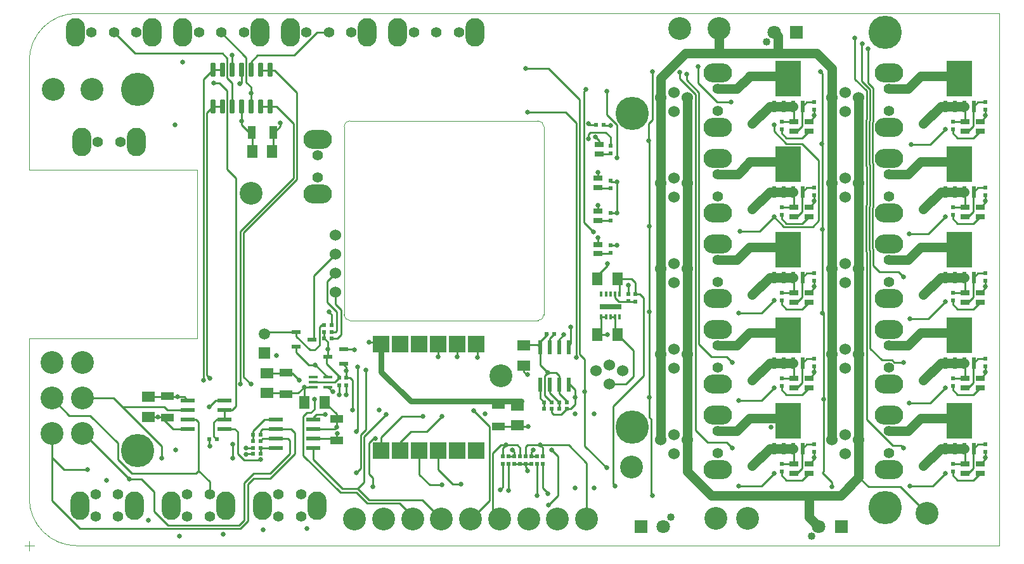
<source format=gtl>
G04 Layer_Physical_Order=1*
G04 Layer_Color=255*
%FSLAX25Y25*%
%MOIN*%
G70*
G01*
G75*
%ADD10R,0.02362X0.01968*%
%ADD11R,0.02362X0.07756*%
%ADD12R,0.07756X0.02362*%
%ADD13R,0.09000X0.08500*%
G04:AMPARAMS|DCode=14|XSize=74.8mil|YSize=23.62mil|CornerRadius=2.95mil|HoleSize=0mil|Usage=FLASHONLY|Rotation=90.000|XOffset=0mil|YOffset=0mil|HoleType=Round|Shape=RoundedRectangle|*
%AMROUNDEDRECTD14*
21,1,0.07480,0.01772,0,0,90.0*
21,1,0.06890,0.02362,0,0,90.0*
1,1,0.00591,0.00886,0.03445*
1,1,0.00591,0.00886,-0.03445*
1,1,0.00591,-0.00886,-0.03445*
1,1,0.00591,-0.00886,0.03445*
%
%ADD14ROUNDEDRECTD14*%
%ADD15R,0.01968X0.02362*%
%ADD16R,0.02362X0.06378*%
%ADD17R,0.13661X0.18898*%
%ADD18R,0.05118X0.02559*%
%ADD19R,0.07165X0.05669*%
%ADD20R,0.05669X0.07165*%
%ADD21R,0.06968X0.04488*%
%ADD22R,0.04488X0.06968*%
%ADD23R,0.04842X0.02323*%
%ADD24R,0.04606X0.01575*%
%ADD25R,0.01181X0.02559*%
%ADD26R,0.11417X0.02756*%
%ADD27C,0.01000*%
%ADD28C,0.03000*%
%ADD29C,0.05000*%
%ADD30C,0.00100*%
%ADD31C,0.05500*%
%ADD32O,0.10000X0.15000*%
%ADD33C,0.12000*%
%ADD34C,0.07087*%
%ADD35R,0.07087X0.07087*%
%ADD36O,0.15000X0.10000*%
%ADD37C,0.06000*%
%ADD38R,0.05905X0.05905*%
%ADD39C,0.05905*%
%ADD40C,0.17500*%
%ADD41C,0.01181*%
%ADD42C,0.02600*%
%ADD43C,0.04016*%
D10*
X301937Y221500D02*
D03*
X298000D02*
D03*
X276000Y111500D02*
D03*
X272063D02*
D03*
X270532Y72000D02*
D03*
X274468D02*
D03*
X278532D02*
D03*
X282469D02*
D03*
X274500Y75500D02*
D03*
X270563D02*
D03*
X282469Y75500D02*
D03*
X278532D02*
D03*
X121468Y58500D02*
D03*
X117532D02*
D03*
X117532Y55000D02*
D03*
X121468D02*
D03*
X117532Y48500D02*
D03*
X121468D02*
D03*
X121500Y51500D02*
D03*
X117563D02*
D03*
X94532Y56000D02*
D03*
X98469D02*
D03*
X155063Y109000D02*
D03*
X159000D02*
D03*
X155063Y112500D02*
D03*
X159000D02*
D03*
X155063Y116000D02*
D03*
X159000D02*
D03*
D11*
X268500Y104224D02*
D03*
X273500D02*
D03*
X278500D02*
D03*
X283500D02*
D03*
Y84776D02*
D03*
X278500D02*
D03*
X273500D02*
D03*
X268500D02*
D03*
D12*
X129776Y51500D02*
D03*
Y56500D02*
D03*
Y61500D02*
D03*
Y66500D02*
D03*
X149224D02*
D03*
Y61500D02*
D03*
Y56500D02*
D03*
Y51500D02*
D03*
X83276Y61500D02*
D03*
Y66500D02*
D03*
Y71500D02*
D03*
Y76500D02*
D03*
X102724D02*
D03*
Y71500D02*
D03*
Y66500D02*
D03*
Y61500D02*
D03*
D13*
X235000Y49996D02*
D03*
X225000D02*
D03*
X215000D02*
D03*
X205000D02*
D03*
X195000D02*
D03*
X185000D02*
D03*
Y106000D02*
D03*
X195000D02*
D03*
X205000D02*
D03*
X215000D02*
D03*
X225000D02*
D03*
X235000D02*
D03*
D14*
X96500Y250331D02*
D03*
X101500D02*
D03*
X106500D02*
D03*
X111500D02*
D03*
X116500D02*
D03*
X121500D02*
D03*
X126500D02*
D03*
Y231000D02*
D03*
X121500D02*
D03*
X116500D02*
D03*
X111500D02*
D03*
X106500D02*
D03*
X101500D02*
D03*
X96500D02*
D03*
D15*
X412500Y53469D02*
D03*
Y49531D02*
D03*
X502500Y53469D02*
D03*
Y49531D02*
D03*
X412500Y98469D02*
D03*
Y94532D02*
D03*
X502500Y98469D02*
D03*
Y94532D02*
D03*
X412500Y143468D02*
D03*
Y139532D02*
D03*
X502500Y143468D02*
D03*
Y139532D02*
D03*
X412500Y188469D02*
D03*
Y184531D02*
D03*
X502500Y188469D02*
D03*
Y184531D02*
D03*
X412500Y233469D02*
D03*
Y229532D02*
D03*
X502500Y233469D02*
D03*
Y229532D02*
D03*
X261000Y46968D02*
D03*
Y43031D02*
D03*
X258000Y46968D02*
D03*
Y43031D02*
D03*
X255000Y46968D02*
D03*
Y43031D02*
D03*
X264000Y46968D02*
D03*
Y43031D02*
D03*
X270000Y43031D02*
D03*
Y46968D02*
D03*
X249000Y43031D02*
D03*
Y46968D02*
D03*
X252000Y43031D02*
D03*
Y46968D02*
D03*
X267000Y43031D02*
D03*
Y46968D02*
D03*
X163000Y84531D02*
D03*
Y88468D02*
D03*
X166500Y88468D02*
D03*
Y84531D02*
D03*
X305500Y171031D02*
D03*
Y174969D02*
D03*
Y154032D02*
D03*
Y157968D02*
D03*
Y188031D02*
D03*
Y191969D02*
D03*
Y206532D02*
D03*
Y210469D02*
D03*
X485500Y222969D02*
D03*
Y219032D02*
D03*
X395500Y222969D02*
D03*
Y219032D02*
D03*
X485500Y177969D02*
D03*
Y174031D02*
D03*
X395500Y177969D02*
D03*
Y174031D02*
D03*
X485500Y132968D02*
D03*
Y129032D02*
D03*
X395500Y132968D02*
D03*
Y129032D02*
D03*
X485500Y87968D02*
D03*
Y84031D02*
D03*
X395500Y87968D02*
D03*
Y84031D02*
D03*
X485500Y42968D02*
D03*
Y39031D02*
D03*
X395500Y42968D02*
D03*
Y39031D02*
D03*
X318500Y128532D02*
D03*
Y132468D02*
D03*
X315000Y132500D02*
D03*
Y128563D02*
D03*
D16*
X391500Y51201D02*
D03*
X396500D02*
D03*
X401500D02*
D03*
X406500D02*
D03*
X481500D02*
D03*
X486500D02*
D03*
X491500D02*
D03*
X496500D02*
D03*
X391500Y96201D02*
D03*
X396500D02*
D03*
X401500D02*
D03*
X406500D02*
D03*
X481500D02*
D03*
X486500D02*
D03*
X491500D02*
D03*
X496500D02*
D03*
X391500Y141201D02*
D03*
X396500D02*
D03*
X401500D02*
D03*
X406500D02*
D03*
X481500D02*
D03*
X486500D02*
D03*
X491500D02*
D03*
X496500D02*
D03*
X391500Y186201D02*
D03*
X396500D02*
D03*
X401500D02*
D03*
X406500D02*
D03*
X481500D02*
D03*
X486500D02*
D03*
X491500D02*
D03*
X496500D02*
D03*
X391500Y231201D02*
D03*
X396500D02*
D03*
X401500D02*
D03*
X406500D02*
D03*
X481500D02*
D03*
X486500D02*
D03*
X491500D02*
D03*
X496500D02*
D03*
D17*
X399000Y65807D02*
D03*
X489000D02*
D03*
X399000Y110807D02*
D03*
X489000D02*
D03*
X399000Y155807D02*
D03*
X489000D02*
D03*
X399000Y200807D02*
D03*
X489000D02*
D03*
X399000Y245807D02*
D03*
X489000D02*
D03*
D18*
X402000Y38000D02*
D03*
Y42921D02*
D03*
X492000D02*
D03*
Y38000D02*
D03*
X402000Y83000D02*
D03*
Y87921D02*
D03*
X492000D02*
D03*
Y83000D02*
D03*
X402000Y128000D02*
D03*
Y132921D02*
D03*
X492000D02*
D03*
Y128000D02*
D03*
X402000Y173000D02*
D03*
Y177921D02*
D03*
X492000D02*
D03*
Y173000D02*
D03*
X402000Y218000D02*
D03*
Y222921D02*
D03*
X492000D02*
D03*
Y218000D02*
D03*
X500000Y223000D02*
D03*
Y218079D02*
D03*
X299000Y153579D02*
D03*
Y158500D02*
D03*
Y175974D02*
D03*
Y171053D02*
D03*
Y188526D02*
D03*
Y193447D02*
D03*
X299500Y210921D02*
D03*
Y206000D02*
D03*
X410000Y218079D02*
D03*
Y223000D02*
D03*
X500000Y178000D02*
D03*
Y173079D02*
D03*
X410000D02*
D03*
Y178000D02*
D03*
X500000Y133000D02*
D03*
Y128079D02*
D03*
X410000D02*
D03*
Y133000D02*
D03*
X500000Y88000D02*
D03*
Y83079D02*
D03*
X410000D02*
D03*
Y88000D02*
D03*
X500000Y43000D02*
D03*
Y38079D02*
D03*
X410000D02*
D03*
Y43000D02*
D03*
D19*
X260000Y105260D02*
D03*
Y94740D02*
D03*
X256500Y73760D02*
D03*
Y63240D02*
D03*
X62500Y67740D02*
D03*
Y78260D02*
D03*
X125000Y90760D02*
D03*
Y80240D02*
D03*
D20*
X155260Y75500D02*
D03*
X144740D02*
D03*
X117240Y207500D02*
D03*
X127760D02*
D03*
X309260Y111000D02*
D03*
X298740D02*
D03*
X309260Y140500D02*
D03*
X298740D02*
D03*
D21*
X161500Y66669D02*
D03*
Y55331D02*
D03*
X246500Y74169D02*
D03*
Y62831D02*
D03*
X72500Y67331D02*
D03*
Y78669D02*
D03*
X135000Y79831D02*
D03*
Y91169D02*
D03*
D22*
X116831Y217500D02*
D03*
X128169D02*
D03*
D23*
X165173Y95760D02*
D03*
Y103240D02*
D03*
X156827Y99500D02*
D03*
X140327Y112240D02*
D03*
Y104760D02*
D03*
X148673Y108500D02*
D03*
D24*
X149181Y88559D02*
D03*
Y86000D02*
D03*
Y83441D02*
D03*
X156819D02*
D03*
Y88559D02*
D03*
D25*
X300776Y120496D02*
D03*
X303138D02*
D03*
X305500D02*
D03*
X307862D02*
D03*
X310224D02*
D03*
Y132504D02*
D03*
X307862D02*
D03*
X305500D02*
D03*
X303138D02*
D03*
X300776D02*
D03*
D26*
X305500Y125811D02*
D03*
D27*
X437500Y244404D02*
Y264000D01*
X137000Y48500D02*
Y55500D01*
X126500Y38000D02*
X137000Y48500D01*
X118000Y38000D02*
X126500D01*
X113000Y33000D02*
X118000Y38000D01*
X126500Y35500D02*
X139500Y48500D01*
X118000Y35500D02*
X126500D01*
X115000Y32500D02*
X118000Y35500D01*
X136000Y56500D02*
X137000Y55500D01*
X129776Y56500D02*
X136000D01*
X139500Y48500D02*
Y59500D01*
X137500Y61500D02*
X139500Y59500D01*
X129776Y61500D02*
X137500D01*
X166500Y88468D02*
Y93933D01*
X164673Y95760D02*
X166500Y93933D01*
X144000Y68032D02*
X145968Y70000D01*
X144000Y47500D02*
Y68032D01*
Y47500D02*
X163500Y28000D01*
X72800Y10700D02*
X110225D01*
X65500Y18000D02*
X72800Y10700D01*
X65500Y18000D02*
Y28500D01*
X11800Y23700D02*
X26500Y9000D01*
X11800Y23700D02*
Y46500D01*
X125000Y90760D02*
X138240D01*
X114000Y52035D02*
X114535Y51500D01*
X69260Y67740D02*
X75500Y61500D01*
X114000Y51500D02*
Y52035D01*
X112964Y45000D02*
X121500D01*
X108000Y61500D02*
X109616Y59885D01*
Y48349D02*
X112964Y45000D01*
X109616Y48349D02*
Y59885D01*
X114535Y51500D02*
X117563D01*
X107000Y46000D02*
Y53500D01*
X102724Y61500D02*
X108000D01*
X163500Y28000D02*
X172096D01*
X164500Y30000D02*
X172500D01*
X149224Y45276D02*
X164500Y30000D01*
X149224Y45276D02*
Y51500D01*
X115000Y13070D02*
Y32500D01*
X110930Y9000D02*
X115000Y13070D01*
X26500Y9000D02*
X110930D01*
X110225Y10700D02*
X113000Y13475D01*
X72500Y71500D02*
X83276D01*
X71000Y73000D02*
X72500Y71500D01*
X49000Y73000D02*
X71000D01*
X49000D02*
X69500Y52500D01*
X44350Y77650D02*
X49000Y73000D01*
X89000Y39500D02*
X94800Y33700D01*
Y27106D02*
Y33700D01*
X59000Y35000D02*
X65500Y28500D01*
X52500Y35000D02*
X59000D01*
X11800Y46500D02*
Y59000D01*
Y46500D02*
X18300Y40000D01*
X30500D01*
X291500Y170000D02*
X296500Y165000D01*
X502500Y180500D02*
Y184531D01*
Y225500D02*
Y229532D01*
X496241Y220741D02*
Y231201D01*
X412500Y135500D02*
Y139532D01*
X502500Y135500D02*
Y139532D01*
X412500Y180500D02*
Y184531D01*
Y45500D02*
Y49531D01*
Y225500D02*
Y229532D01*
X121831Y250000D02*
X128969D01*
X502500Y45500D02*
Y49531D01*
X268500Y107500D02*
X272500Y111500D01*
X260000Y105669D02*
X267055D01*
X412500Y90500D02*
Y94532D01*
X233500Y12500D02*
Y15500D01*
X502500Y90500D02*
Y94532D01*
X496241Y40741D02*
Y51201D01*
X406241Y85741D02*
Y96201D01*
X309858Y128532D02*
X318500D01*
X496241Y85741D02*
Y96201D01*
X406241Y130741D02*
Y141201D01*
X496241Y130741D02*
Y141201D01*
X406241Y175741D02*
Y186201D01*
Y40741D02*
Y51201D01*
X496241Y175741D02*
Y186201D01*
X327500Y224029D02*
Y249500D01*
X345500Y244904D02*
X351971Y238433D01*
X345500Y244904D02*
Y247965D01*
X342000Y245582D02*
X350271Y237311D01*
X342000Y245582D02*
Y249000D01*
X491500Y141201D02*
X492000Y140701D01*
X437500Y244404D02*
X441971Y239933D01*
X443671Y223089D02*
Y240637D01*
X441000Y243308D02*
X443671Y240637D01*
X441000Y243308D02*
Y261500D01*
X441971Y223793D02*
Y239933D01*
X440271Y224498D02*
Y239229D01*
X434000Y245500D02*
X440271Y239229D01*
X434000Y245500D02*
Y266000D01*
X303500Y226829D02*
X309000Y221329D01*
X302437Y221000D02*
X305500D01*
X301937Y221500D02*
X302437Y221000D01*
X303500Y226829D02*
Y239000D01*
X247500Y29500D02*
X247500D01*
X249000Y31000D01*
X146831Y95169D02*
X150209D01*
X140327Y101673D02*
X146831Y95169D01*
X140327Y101673D02*
Y104760D01*
X161500Y58500D02*
X162000Y59000D01*
X161500Y55331D02*
Y58500D01*
X160331Y56500D02*
X161500Y55331D01*
X149224Y56500D02*
X160331D01*
X473500Y211000D02*
X481500Y219000D01*
X472500Y164000D02*
X481500Y173000D01*
X157059Y83441D02*
X159500Y81000D01*
X156819Y83441D02*
X157059D01*
X215000Y99500D02*
Y106000D01*
X391500Y218000D02*
Y221500D01*
X67500Y67740D02*
X69260D01*
X62500D02*
X67500D01*
X78000Y78260D02*
X81516D01*
X113000Y13475D02*
Y33000D01*
X157500Y123000D02*
X159000Y121500D01*
Y116000D02*
Y121500D01*
X155063Y109000D02*
Y112500D01*
X153500Y116000D02*
X155063D01*
X152500Y115000D02*
X153500Y116000D01*
X152500Y105500D02*
Y115000D01*
X150000Y103000D02*
X152500Y105500D01*
X155063Y109000D02*
X156827Y107236D01*
X159000Y109000D02*
X162000D01*
X164000Y111000D01*
X161000Y127161D02*
X164000Y124161D01*
Y111000D02*
Y124161D01*
X161000Y112500D02*
X161500Y113000D01*
X159000Y112500D02*
X161000D01*
X156500Y128000D02*
X161500Y123000D01*
Y113000D02*
Y123000D01*
X97000Y65000D02*
X98500Y66500D01*
X102724D01*
X94500Y73000D02*
X98000Y76500D01*
X102724D01*
X83276Y66500D02*
X87500D01*
X89000Y65000D01*
X81516Y78260D02*
X83276Y76500D01*
X138240Y90760D02*
X142000Y87000D01*
X141299Y80240D02*
X144500Y83441D01*
Y75740D02*
Y83441D01*
Y75740D02*
X144740Y75500D01*
X161500Y62500D02*
Y66669D01*
X160500Y61500D02*
X161500Y62500D01*
X155260Y75500D02*
X161500Y69260D01*
Y66669D02*
Y69260D01*
X116831Y217500D02*
X117240Y217091D01*
Y207500D02*
Y217091D01*
X128169Y216831D02*
Y217500D01*
Y207909D02*
Y216831D01*
X127760Y207500D02*
X128169Y207909D01*
X115532Y217500D02*
X116831D01*
X111500Y221532D02*
X115532Y217500D01*
X148120Y70000D02*
X150000Y71880D01*
X145968Y70000D02*
X148120D01*
X150000Y71880D02*
Y77000D01*
X69500Y46000D02*
Y52500D01*
X27800Y77650D02*
X44350D01*
X170000Y71500D02*
Y87000D01*
X168532Y88468D02*
X170000Y87000D01*
X166500Y88468D02*
X168532D01*
X172096Y28000D02*
X177796Y22300D01*
X194700D01*
X201500Y15500D01*
Y14000D02*
Y15500D01*
X274500Y50500D02*
X278000Y47000D01*
X273000Y21500D02*
X278000Y26500D01*
X243700Y17550D02*
X247250Y14000D01*
X243700Y48700D02*
X248000Y53000D01*
X250500D01*
X293000Y14000D02*
Y43500D01*
X283500Y53000D02*
X293000Y43500D01*
X268500Y53000D02*
X283500D01*
X233500Y71000D02*
X241816Y62684D01*
X178500Y24000D02*
X206750D01*
X172500Y30000D02*
X178500Y24000D01*
X180500Y31000D02*
Y35875D01*
X178500Y37874D02*
X180500Y35875D01*
X458000Y31000D02*
X472000Y17000D01*
X441142Y31000D02*
X458000D01*
X436071Y36071D02*
X441142Y31000D01*
X32000Y68500D02*
X46500Y54000D01*
X20950Y68500D02*
X32000D01*
X11800Y77650D02*
X20950Y68500D01*
X139286Y258000D02*
X151286Y270000D01*
X120000Y258000D02*
X139286D01*
X116500Y254500D02*
X120000Y258000D01*
X326000Y67471D02*
X326850Y66621D01*
X416000Y249500D02*
X417000Y248500D01*
X406500Y231201D02*
X408768Y233469D01*
X412500D01*
X401500Y245807D02*
X404394Y248701D01*
X402000Y218000D02*
X403500D01*
X406241Y220741D01*
Y231201D02*
X406500D01*
X401500D02*
X402000Y230701D01*
Y222921D02*
Y230701D01*
X395500Y222969D02*
X401953D01*
X402000Y222921D01*
X395500Y217000D02*
X398000Y214500D01*
X395500Y217000D02*
Y219032D01*
X398000Y214500D02*
X406421D01*
X410000Y218079D01*
X351971Y106029D02*
Y238433D01*
X350271Y60729D02*
Y237311D01*
X351971Y106029D02*
X358500Y99500D01*
X406328Y211456D02*
X415000Y202784D01*
X398044Y211456D02*
X406328D01*
X415000Y171000D02*
Y202784D01*
X391500Y173000D02*
X396700Y167800D01*
X411800D01*
X415000Y171000D01*
X403500Y173000D02*
X406241Y175741D01*
X408768Y188469D02*
X412500D01*
X406500Y186201D02*
X408768Y188469D01*
X406421Y169500D02*
X410000Y173079D01*
X398000Y169500D02*
X406421D01*
X410000Y178000D02*
X412500Y180500D01*
X391500Y218000D02*
X398044Y211456D01*
X350271Y60729D02*
X356500Y54500D01*
X366500D01*
X369500Y51500D01*
X366500Y99500D02*
X369500Y96500D01*
X358500Y99500D02*
X366500D01*
X443671Y178089D02*
Y200911D01*
X443300Y177718D02*
X443671Y178089D01*
X443300Y156282D02*
Y177718D01*
Y156282D02*
X443671Y155911D01*
Y147329D02*
Y155911D01*
X441600Y200578D02*
Y223422D01*
Y155578D02*
Y178422D01*
X439900Y199874D02*
Y224126D01*
Y154874D02*
Y179126D01*
X440271Y66229D02*
Y154502D01*
X441971Y103800D02*
Y155207D01*
X440271Y179498D02*
Y199503D01*
X439900Y179126D02*
X440271Y179498D01*
X441971Y178793D02*
Y200207D01*
X441600Y178422D02*
X441971Y178793D01*
X439900Y199874D02*
X440271Y199503D01*
X441600Y200578D02*
X441971Y200207D01*
X439900Y154874D02*
X440271Y154502D01*
X441600Y155578D02*
X441971Y155207D01*
X439900Y224126D02*
X440271Y224498D01*
X441600Y223422D02*
X441971Y223793D01*
X443671Y147329D02*
X447000Y144000D01*
X457000D01*
X459500Y141500D01*
X441971Y103800D02*
X448221Y97550D01*
X453636D01*
X454686Y96500D01*
X459500D01*
X440271Y66229D02*
X453950Y52550D01*
X458450D01*
X459500Y51500D01*
X308968Y174969D02*
X309000Y175000D01*
X305500Y174969D02*
X308968D01*
X309000Y175000D02*
X309000Y175000D01*
Y191532D01*
X294500Y221500D02*
X298000D01*
X298740Y111000D02*
X304000D01*
Y147240D02*
Y148500D01*
X305500Y191500D02*
X308968D01*
X305500Y157968D02*
X308968D01*
X305047Y153579D02*
X305500Y154032D01*
X299000Y153579D02*
X305047D01*
X299453Y171031D02*
X305500D01*
X298969Y206532D02*
X299500Y206000D01*
X262000Y39500D02*
Y40500D01*
X261000Y41500D02*
X262000Y40500D01*
X261000Y41500D02*
Y43031D01*
X258000D02*
X261000D01*
X264000D01*
X270000Y30500D02*
Y43031D01*
X255000Y46968D02*
Y49500D01*
X254000Y50500D02*
X255000Y49500D01*
X264000Y46968D02*
Y49500D01*
X265000Y50500D01*
X252000Y46968D02*
X255000D01*
X264000Y46968D02*
X267000D01*
X249000D02*
Y51500D01*
X250500Y53000D01*
X256500D01*
X258000Y51500D01*
Y46968D02*
Y51500D01*
X261000Y46968D02*
Y52000D01*
X262000Y53000D01*
X268500D01*
X270000Y51500D01*
Y46968D02*
Y51500D01*
X255000Y43031D02*
X258000D01*
X252000Y46968D02*
X252000Y46968D01*
X264000D02*
X264000Y46968D01*
X178500Y37874D02*
Y53943D01*
X181057Y56500D01*
X182000D01*
X130000Y231000D02*
X138800Y222200D01*
X140327Y110173D02*
X147500Y103000D01*
X140327Y110173D02*
Y112240D01*
X91500Y245331D02*
X96500Y250331D01*
X91500Y87000D02*
Y245331D01*
X93200Y89800D02*
X95000Y88000D01*
X93200Y89800D02*
Y227700D01*
X97000Y243500D02*
X100000D01*
X104000Y239500D01*
X147500Y103000D02*
X150000D01*
X124240Y112240D02*
X140327D01*
X123500Y111500D02*
X124240Y112240D01*
X101500Y259000D02*
X104119Y256381D01*
X55500Y259000D02*
X101500D01*
X44500Y270000D02*
X55500Y259000D01*
X110500Y242500D02*
Y243000D01*
X111500Y243500D02*
Y250331D01*
X273500Y104224D02*
Y109000D01*
X276000Y111500D01*
X284500Y106224D02*
Y115000D01*
X273500Y80532D02*
X278532Y75500D01*
X273500Y80532D02*
Y84776D01*
X111500Y223500D02*
Y231000D01*
Y221532D02*
Y223500D01*
X106500Y250331D02*
Y258000D01*
X116500Y250331D02*
Y254500D01*
X151286Y270000D02*
X157500D01*
X101000D02*
X114119Y256881D01*
X172500Y60500D02*
Y94000D01*
X172000Y60000D02*
X172500Y60500D01*
X398000Y34500D02*
X406421D01*
X410000Y38079D01*
X385000Y31500D02*
X391500Y38000D01*
X326000Y67471D02*
Y78000D01*
X102724Y71500D02*
X106500D01*
X96500Y250331D02*
X101500D01*
X121500D02*
X121831Y250000D01*
X121500Y231000D02*
X126500D01*
X196000Y68000D02*
X207000D01*
X225000Y99500D02*
Y106000D01*
X283000Y104724D02*
X283500Y104224D01*
X305469Y188000D02*
X305500Y188031D01*
X298740Y111000D02*
X300776Y113035D01*
Y120496D01*
X303138D01*
X305000Y85000D02*
X313500D01*
X317500Y89000D01*
Y102760D01*
X309260Y111000D02*
X317500Y102760D01*
X307862Y112398D02*
Y120496D01*
Y112398D02*
X309260Y111000D01*
X305500Y120496D02*
X307862D01*
X298000Y141240D02*
X298740Y140500D01*
X315000Y132500D02*
Y137000D01*
X307862Y130527D02*
X309858Y128532D01*
X307862Y130527D02*
Y132504D01*
X309260Y140500D02*
X310224Y139535D01*
Y132504D02*
Y139535D01*
X318500Y132468D02*
Y138500D01*
X316500Y140500D02*
X318500Y138500D01*
X309260Y140500D02*
X316500D01*
X306950Y32550D02*
X308000Y31500D01*
X318500Y132468D02*
X321031D01*
X323000Y130500D01*
Y89500D02*
Y130500D01*
X306950Y73450D02*
X323000Y89500D01*
X384000Y165500D02*
X391500Y173000D01*
X385000Y76500D02*
X391500Y83000D01*
X496421Y214500D02*
X500000Y218079D01*
X488000Y214500D02*
X496421D01*
X485500Y217000D02*
Y219032D01*
Y217000D02*
X488000Y214500D01*
X491953Y222969D02*
X492000Y222921D01*
X485500Y222969D02*
X491953D01*
X492000Y222921D02*
Y230701D01*
X491500Y231201D02*
X492000Y230701D01*
X496241Y231201D02*
X496500D01*
X493500Y218000D02*
X496241Y220741D01*
X492000Y218000D02*
X493500D01*
X491500Y245807D02*
X494394Y248701D01*
X498768Y233469D02*
X502500D01*
X496500Y231201D02*
X498768Y233469D01*
X500000Y223000D02*
X502500Y225500D01*
X102724Y66500D02*
Y71500D01*
X121500Y51500D02*
X129776D01*
X121500Y48531D02*
Y51500D01*
X121468Y48500D02*
X121500Y48531D01*
X117532Y59500D02*
X117532Y59500D01*
X149181Y86000D02*
X160531D01*
X163000Y88468D01*
X150209Y95169D02*
X156819Y88559D01*
X163000Y79500D02*
Y84531D01*
X163000Y84531D02*
X163000Y84531D01*
X166500Y79500D02*
Y84531D01*
X166500Y84531D01*
X156327Y95673D02*
X163000Y89000D01*
Y88468D02*
Y89000D01*
X164673Y103240D02*
X165173D01*
X170760D02*
X171000Y103000D01*
X165173Y103240D02*
X170760D01*
X161000Y127161D02*
Y133500D01*
X156500Y128000D02*
Y139000D01*
X161000Y143500D01*
X115000Y48500D02*
X117532D01*
X94532Y52969D02*
Y56000D01*
Y52969D02*
X95000Y52500D01*
X178500Y107000D02*
X184000D01*
X185000Y106000D01*
X132000Y220661D02*
Y222500D01*
X148673Y108500D02*
X149500Y109327D01*
Y142000D01*
X161000Y153500D01*
X268500Y77563D02*
Y84776D01*
Y77563D02*
X270563Y75500D01*
X270532Y72000D02*
Y75468D01*
X270563Y75500D01*
X278532Y72000D02*
Y75500D01*
X278532Y72000D02*
X278532Y72000D01*
X271000Y79000D02*
X274500Y75500D01*
X271000Y79000D02*
Y89500D01*
X272500Y91000D01*
X277000D01*
X278500Y89500D01*
Y84776D02*
Y89500D01*
X282469Y75500D02*
Y76032D01*
X278500Y80000D02*
X282469Y76032D01*
X278500Y80000D02*
Y84776D01*
X282469Y72000D02*
X284500D01*
X287000Y74500D01*
X284224Y84776D02*
X287000Y82000D01*
X283500Y84776D02*
X284224D01*
X279468Y69000D02*
X282469Y72000D01*
X287000Y74500D02*
Y78000D01*
Y82000D01*
X268500Y95000D02*
Y104224D01*
Y95000D02*
X272500Y91000D01*
X267055Y105669D02*
X268500Y104224D01*
X260000Y91500D02*
X261500Y90000D01*
X260000Y91500D02*
Y94331D01*
X268500Y104224D02*
Y107500D01*
X210500Y32000D02*
X217000D01*
X209000Y60000D02*
X217000Y68000D01*
X408768Y53469D02*
X412500D01*
X406500Y51201D02*
X408768Y53469D01*
X401500Y51201D02*
X402000Y50701D01*
Y42921D02*
Y50701D01*
X406241Y51201D02*
X406500D01*
X403500Y38000D02*
X406241Y40741D01*
X402000Y38000D02*
X403500D01*
X410000Y43000D02*
X412500Y45500D01*
X395500Y37000D02*
Y39031D01*
Y37000D02*
X398000Y34500D01*
X401953Y42968D02*
X402000Y42921D01*
X395500Y42968D02*
X401953D01*
X401500Y65807D02*
X404394Y68701D01*
X498768Y53469D02*
X502500D01*
X496500Y51201D02*
X498768Y53469D01*
X491500Y51201D02*
X492000Y50701D01*
X496241Y51201D02*
X496500D01*
X493500Y38000D02*
X496241Y40741D01*
X492000Y38000D02*
X493500D01*
X492000Y42921D02*
Y50701D01*
X500000Y43000D02*
X502500Y45500D01*
X496421Y34500D02*
X500000Y38079D01*
X488000Y34500D02*
X496421D01*
X485500Y37000D02*
Y39031D01*
Y37000D02*
X488000Y34500D01*
X491953Y42968D02*
X492000Y42921D01*
X485500Y42968D02*
X491953D01*
X491500Y65807D02*
X494394Y68701D01*
X408768Y98469D02*
X412500D01*
X406500Y96201D02*
X408768Y98469D01*
X402000Y87921D02*
Y95701D01*
X401500Y96201D02*
X402000Y95701D01*
X406241Y96201D02*
X406500D01*
X403500Y83000D02*
X406241Y85741D01*
X402000Y83000D02*
X403500D01*
X410000Y88000D02*
X412500Y90500D01*
X406421Y79500D02*
X410000Y83079D01*
X398000Y79500D02*
X406421D01*
X395500Y82000D02*
Y84031D01*
Y82000D02*
X398000Y79500D01*
X401953Y87968D02*
X402000Y87921D01*
X395500Y87968D02*
X401953D01*
X401500Y110807D02*
X404394Y113701D01*
X498768Y98469D02*
X502500D01*
X496500Y96201D02*
X498768Y98469D01*
X491500Y96201D02*
X492000Y95701D01*
X496241Y96201D02*
X496500D01*
X493500Y83000D02*
X496241Y85741D01*
X492000Y83000D02*
X493500D01*
X492000Y87921D02*
Y95701D01*
X500000Y88000D02*
X502500Y90500D01*
X496421Y79500D02*
X500000Y83079D01*
X488000Y79500D02*
X496421D01*
X485500Y82000D02*
Y84031D01*
Y82000D02*
X488000Y79500D01*
X491953Y87968D02*
X492000Y87921D01*
X485500Y87968D02*
X491953D01*
X491500Y110807D02*
X494394Y113701D01*
X408768Y143468D02*
X412500D01*
X406500Y141201D02*
X408768Y143468D01*
X401500Y141201D02*
X402000Y140701D01*
Y132921D02*
Y140701D01*
X406241Y141201D02*
X406500D01*
X403500Y128000D02*
X406241Y130741D01*
X402000Y128000D02*
X403500D01*
X410000Y133000D02*
X412500Y135500D01*
X406421Y124500D02*
X410000Y128079D01*
X398000Y124500D02*
X406421D01*
X395500Y127000D02*
Y129032D01*
Y127000D02*
X398000Y124500D01*
X401953Y132968D02*
X402000Y132921D01*
X395500Y132968D02*
X401953D01*
X401500Y155807D02*
X404394Y158701D01*
X498768Y143468D02*
X502500D01*
X496500Y141201D02*
X498768Y143468D01*
X496241Y141201D02*
X496500D01*
X493500Y128000D02*
X496241Y130741D01*
X492000Y128000D02*
X493500D01*
X492000Y132921D02*
Y140701D01*
X500000Y133000D02*
X502500Y135500D01*
X496421Y124500D02*
X500000Y128079D01*
X488000Y124500D02*
X496421D01*
X485500Y127000D02*
Y129032D01*
Y127000D02*
X488000Y124500D01*
X491953Y132968D02*
X492000Y132921D01*
X485500Y132968D02*
X491953D01*
X491500Y155807D02*
X494394Y158701D01*
X401500Y186201D02*
X402000Y185701D01*
Y177921D02*
Y185701D01*
X406241Y186201D02*
X406500D01*
X402000Y173000D02*
X403500D01*
X395500Y172000D02*
Y174031D01*
Y172000D02*
X398000Y169500D01*
X401953Y177969D02*
X402000Y177921D01*
X395500Y177969D02*
X401953D01*
X401500Y200807D02*
X404394Y203701D01*
X498768Y188469D02*
X502500D01*
X496500Y186201D02*
X498768Y188469D01*
X491500Y186201D02*
X492000Y185701D01*
X496241Y186201D02*
X496500D01*
X493500Y173000D02*
X496241Y175741D01*
X492000Y173000D02*
X493500D01*
X492000Y177921D02*
Y185701D01*
X500000Y178000D02*
X502500Y180500D01*
X496421Y169500D02*
X500000Y173079D01*
X488000Y169500D02*
X496421D01*
X485500Y172000D02*
Y174031D01*
Y172000D02*
X488000Y169500D01*
X491953Y177969D02*
X492000Y177921D01*
X485500Y177969D02*
X491953D01*
X491500Y200807D02*
X494394Y203701D01*
X299000Y158500D02*
Y162000D01*
X121468Y58500D02*
Y60469D01*
X122500Y61500D01*
X129776D01*
X117532Y59500D02*
Y60532D01*
X123500Y66500D01*
X129776D01*
X249000Y31000D02*
Y43031D01*
X252000Y29000D02*
Y43031D01*
X267000Y26500D02*
X267000Y26500D01*
X272500Y27500D02*
X273000D01*
X351500Y243500D02*
Y252000D01*
Y243500D02*
X361500Y233500D01*
X369000D01*
X406241Y220741D02*
Y231201D01*
X410000Y223000D02*
X412500Y225500D01*
X417000Y38500D02*
X422000Y33500D01*
Y31000D02*
Y33500D01*
X309000Y204000D02*
Y221329D01*
X292000Y81000D02*
Y98036D01*
X289200Y100836D02*
X292000Y98036D01*
X278500Y104224D02*
Y108500D01*
X281000Y111000D01*
X291500Y239000D02*
X292500Y240000D01*
X299000Y175500D02*
Y175974D01*
Y179000D01*
Y192921D02*
Y193447D01*
Y196421D01*
Y170579D02*
X299453Y171031D01*
X299000Y188000D02*
X305469D01*
X299500Y206000D02*
X304969D01*
X305500Y206532D01*
X291500Y170000D02*
Y239000D01*
X294000Y222000D02*
X294500Y221500D01*
X299500Y211000D02*
Y213000D01*
X303000Y217500D02*
X305500Y215000D01*
Y210469D02*
Y215000D01*
X297500Y215000D02*
X299500Y213000D01*
X294000Y214000D02*
Y216500D01*
X295000Y217500D01*
X303000D01*
X261000Y251000D02*
X273000D01*
X289200Y234800D01*
Y100836D02*
Y234800D01*
X262000Y228000D02*
X282000D01*
X287500Y222500D01*
Y99000D02*
Y222500D01*
X111000Y85000D02*
Y165500D01*
X138800Y193300D01*
Y222200D01*
X140500Y192596D02*
Y238469D01*
X112700Y88800D02*
X116500Y85000D01*
X112700Y88800D02*
Y164796D01*
X140500Y192596D01*
X106500Y71500D02*
X108500Y73500D01*
Y193500D01*
X243700Y17550D02*
Y48700D01*
X278000Y26500D02*
Y47000D01*
X306950Y32550D02*
Y73450D01*
X185000Y57000D02*
X196000Y68000D01*
X200500Y60000D02*
X209000D01*
X75500Y61500D02*
X83276D01*
X149224D02*
X160500D01*
X97000Y57468D02*
Y65000D01*
X195000Y49996D02*
Y54500D01*
X185000Y49996D02*
Y57000D01*
X195000Y54500D02*
X200500Y60000D01*
X222500Y32500D02*
X227000D01*
X215000Y40000D02*
X222500Y32500D01*
X205000Y37500D02*
X210500Y32000D01*
X205000Y37500D02*
Y49996D01*
X93200Y227700D02*
X96500Y231000D01*
X101500D01*
X126500D02*
X130000D01*
X116500Y238000D02*
Y241464D01*
X104119Y245885D02*
Y256381D01*
X114119Y243846D02*
X116500Y241464D01*
X114119Y243846D02*
Y256881D01*
X128969Y250000D02*
X140500Y238469D01*
X106500Y231000D02*
Y243504D01*
X267000Y26500D02*
Y43031D01*
X97000Y57468D02*
X98469Y56000D01*
X104119Y245885D02*
X106500Y243504D01*
X116500Y231000D02*
Y238000D01*
X117532Y55000D02*
Y59500D01*
X215000Y40000D02*
Y49996D01*
X176000Y57500D02*
X187500Y69000D01*
X176000Y33500D02*
Y57500D01*
X172500Y30000D02*
X176000Y33500D01*
X149224Y66500D02*
Y67224D01*
X151000Y69000D01*
X155500D01*
X121468Y55000D02*
X122784Y56316D01*
X123147D01*
X123331Y56500D01*
X129776D01*
X87500Y38000D02*
X89000Y39500D01*
Y65000D01*
X172000Y38500D02*
X174300Y40800D01*
Y58300D01*
X177000Y61000D01*
Y92500D01*
X104000Y198000D02*
X108500Y193500D01*
X104000Y198000D02*
Y239500D01*
X463000Y31500D02*
X475000D01*
X481500Y38000D01*
X463500Y75000D02*
X473500D01*
X481500Y83000D01*
X463000Y119500D02*
X472500D01*
X481500Y128500D01*
X462500Y164000D02*
X472500D01*
X463500Y211000D02*
X473500D01*
X373500Y165500D02*
X384000D01*
X385000Y122500D02*
X391500Y129000D01*
X373000Y76500D02*
X385000D01*
X373000Y122500D02*
X385000D01*
X373000Y31500D02*
X385000D01*
X292000Y52500D02*
Y81000D01*
Y52500D02*
X303500Y41000D01*
X206750Y24000D02*
X216750Y14000D01*
X233500Y15500D02*
X241816Y23816D01*
Y62684D01*
X156327Y95673D02*
Y99500D01*
X156827D02*
Y107236D01*
X326850Y27150D02*
X327500Y26500D01*
X326850Y27150D02*
Y66621D01*
X417000Y38500D02*
X417500Y39000D01*
Y77000D01*
X417000Y122500D02*
X417500Y122000D01*
Y77000D02*
Y122000D01*
X417000Y122500D02*
Y166500D01*
X416500Y211500D02*
X417000Y211000D01*
Y166500D02*
Y211000D01*
X325500Y213000D02*
Y222029D01*
X327500Y224029D01*
X325500Y213000D02*
X326000Y212500D01*
Y168000D02*
Y212500D01*
Y78000D02*
Y123000D01*
Y168000D01*
X283000Y104724D02*
X284500Y106224D01*
X235500Y99000D02*
Y106500D01*
X270000Y30500D02*
X273000Y27500D01*
X443300Y222718D02*
X443671Y223089D01*
X443300Y201282D02*
X443671Y200911D01*
X443300Y201282D02*
Y222718D01*
X274468Y70031D02*
Y72000D01*
Y70031D02*
X275500Y69000D01*
X279468D01*
X246500Y62831D02*
X262331D01*
X62500Y78260D02*
X78000D01*
X128169Y216831D02*
X132000Y220661D01*
X110500Y242500D02*
X111500Y243500D01*
X125000Y80240D02*
X141299D01*
X144500Y83441D02*
X149181D01*
X417000Y211000D02*
Y248500D01*
X46500Y45500D02*
Y54000D01*
Y45500D02*
X54000Y38000D01*
X87500D01*
X27800Y59000D02*
X28500D01*
X52500Y35000D01*
X298000Y141240D02*
X304000Y147240D01*
D28*
X200532Y75968D02*
X258500D01*
X185000Y91500D02*
X200532Y75968D01*
X185000Y91500D02*
Y106000D01*
D29*
X452001Y240500D02*
X452001D01*
X452000Y240500D02*
X452001Y240500D01*
X332000Y235642D02*
Y246000D01*
X481500Y186201D02*
X486500D01*
X491500D01*
X481500Y231201D02*
X486500D01*
X491500D01*
X396500D02*
X401500D01*
X391500Y186201D02*
X396500D01*
X401500D01*
X396500Y141201D02*
X401500D01*
X391500D02*
X396500D01*
Y96201D02*
X401500D01*
X391500D02*
X396500D01*
Y51201D02*
X401500D01*
X391500D02*
X396500D01*
X486500D02*
X491500D01*
X481500D02*
X486500D01*
Y96201D02*
X491500D01*
X481500D02*
X486500D01*
Y141201D02*
X491500D01*
X362000Y240400D02*
X371935D01*
Y240300D02*
X378500Y246865D01*
X397843Y246965D02*
X399000Y245807D01*
X378500Y246965D02*
X397843D01*
X379000Y201965D02*
X397843D01*
X378500D02*
X379000D01*
X397843D02*
X399000Y200807D01*
X397843Y156965D02*
X399000Y155807D01*
X378500Y156965D02*
X397843D01*
Y111965D02*
X399000Y110807D01*
X378500Y111965D02*
X397843D01*
X397807Y67000D02*
X399000Y65807D01*
X378535Y67000D02*
X397807D01*
X371935Y60400D02*
X378535Y67000D01*
X461935Y60400D02*
X468500Y66965D01*
X487843D02*
X489000Y65807D01*
X468500Y66965D02*
X487843D01*
X461935Y105400D02*
X468500Y111965D01*
X487843D02*
X489000Y110807D01*
X468500Y111965D02*
X487843D01*
X461935Y150400D02*
X468500Y156965D01*
X487843D02*
X489000Y155807D01*
X468500Y156965D02*
X487843D01*
Y201965D02*
X489000Y200807D01*
X468500Y201965D02*
X487843D01*
Y246965D02*
X489000Y245807D01*
X468500Y246965D02*
X487843D01*
X461935Y195400D02*
X468500Y201965D01*
X371935Y150400D02*
X378500Y156965D01*
X362000Y105400D02*
X371935D01*
X378500Y111965D01*
X362000Y60400D02*
X371935D01*
X362000Y259500D02*
X362500Y260000D01*
Y272000D01*
X346071Y38971D02*
X358542Y26500D01*
X331929Y235571D02*
X332000Y235642D01*
X346071Y190571D02*
Y235571D01*
X331929Y190571D02*
Y235571D01*
X346071Y100571D02*
Y145571D01*
Y190571D01*
X421929Y235571D02*
Y251071D01*
X436071Y36071D02*
Y55571D01*
X346071Y38971D02*
Y55571D01*
X331929Y100571D02*
Y145571D01*
X421929Y100571D02*
Y145571D01*
X331929D02*
Y190571D01*
X421929Y145571D02*
Y190571D01*
X436071Y145571D02*
Y190571D01*
Y235571D01*
Y100571D02*
Y145571D01*
Y55571D02*
Y100571D01*
X481500Y141201D02*
X486500D01*
X346071Y55571D02*
Y100571D01*
X331929Y55571D02*
Y100571D01*
X372535Y195500D02*
X379000Y201965D01*
X461935Y240400D02*
X468500Y246965D01*
X426500Y26500D02*
X436071Y36071D01*
X410000Y14900D02*
X414900Y10000D01*
X410000Y14900D02*
Y26500D01*
X358542D02*
X410000D01*
X426500D01*
X414000Y259000D02*
X421929Y251071D01*
X332000Y246000D02*
X345000Y259000D01*
X414000D01*
X362000Y195500D02*
X372535D01*
X362000Y150500D02*
X371935D01*
X452000Y60500D02*
X461935D01*
X452000Y105500D02*
X461935D01*
X452000Y150500D02*
X461935D01*
X452000Y195500D02*
X461935D01*
X452001Y240500D02*
X461935Y240400D01*
X421929Y55571D02*
X422000Y55642D01*
X421929Y100571D02*
X422000Y100500D01*
Y55642D02*
Y100500D01*
X421929Y190571D02*
Y235571D01*
X391600Y270000D02*
X393500Y268100D01*
X392753Y259753D02*
X393500Y260500D01*
Y268100D01*
X380000Y222000D02*
X389201Y231201D01*
X391500D01*
X396500D01*
X389201Y186201D02*
X391500D01*
X380000Y177000D02*
X389201Y186201D01*
Y141201D02*
X391500D01*
X380000Y132000D02*
X389201Y141201D01*
Y96201D02*
X391500D01*
X380000Y87000D02*
X389201Y96201D01*
X380000Y42000D02*
X389201Y51201D01*
X391500D01*
X479201D02*
X481500D01*
X470000Y42000D02*
X479201Y51201D01*
Y96201D02*
X481500D01*
X470000Y87000D02*
X479201Y96201D01*
Y141201D02*
X481500D01*
X470000Y132000D02*
X479201Y141201D01*
X470000Y177000D02*
X479201Y186201D01*
X481500D01*
X479201Y231201D02*
X481500D01*
X470000Y222000D02*
X479201Y231201D01*
D30*
X165500Y121500D02*
G03*
X168500Y118500I3000J0D01*
G01*
X267500D02*
G03*
X270500Y121500I0J3000D01*
G01*
Y220500D02*
G03*
X267500Y223500I-3000J0D01*
G01*
X0Y25000D02*
G03*
X25000Y0I25000J0D01*
G01*
Y280000D02*
G03*
X0Y255000I0J-25000D01*
G01*
X168500Y223500D02*
G03*
X165500Y220500I0J-3000D01*
G01*
X0Y-2500D02*
Y2500D01*
X-2500Y0D02*
X2500D01*
X25000Y280000D02*
X510000D01*
X0Y25000D02*
Y109100D01*
Y197800D02*
Y255000D01*
Y109100D02*
X88300D01*
X0Y197800D02*
X88300D01*
Y109100D02*
Y197800D01*
X270500Y121500D02*
Y220500D01*
X165500Y121500D02*
Y220500D01*
X168500Y118500D02*
X267500D01*
X168500Y223500D02*
X267500D01*
X510000Y0D02*
Y280000D01*
X25000Y0D02*
X510000D01*
D31*
X34950Y27106D02*
D03*
X46750D02*
D03*
Y15294D02*
D03*
X34950D02*
D03*
X452000Y240400D02*
D03*
Y228600D02*
D03*
X131100Y27106D02*
D03*
X142900D02*
D03*
Y15294D02*
D03*
X131100D02*
D03*
X151500Y205400D02*
D03*
Y193600D02*
D03*
X83000Y27106D02*
D03*
X94800D02*
D03*
Y15294D02*
D03*
X83000D02*
D03*
X36100Y212500D02*
D03*
X47900D02*
D03*
X225800Y270000D02*
D03*
X202200D02*
D03*
X214000D02*
D03*
X169300D02*
D03*
X145700D02*
D03*
X157500D02*
D03*
X112800D02*
D03*
X89200D02*
D03*
X101000D02*
D03*
X56300D02*
D03*
X32700D02*
D03*
X44500D02*
D03*
X362000Y240400D02*
D03*
Y228600D02*
D03*
X452000Y195400D02*
D03*
Y183600D02*
D03*
X362000Y195400D02*
D03*
Y183600D02*
D03*
X452000Y150400D02*
D03*
Y138600D02*
D03*
X362000Y150400D02*
D03*
Y138600D02*
D03*
X452000Y105400D02*
D03*
Y93600D02*
D03*
X362000Y105400D02*
D03*
Y93600D02*
D03*
X452000Y60400D02*
D03*
Y48600D02*
D03*
X362000Y60400D02*
D03*
Y48600D02*
D03*
D32*
X55200Y21200D02*
D03*
X26500D02*
D03*
X151350D02*
D03*
X122650D02*
D03*
X103250D02*
D03*
X74550D02*
D03*
X27650Y212500D02*
D03*
X56350D02*
D03*
X193750Y270000D02*
D03*
X234250D02*
D03*
X137250D02*
D03*
X177750D02*
D03*
X80750D02*
D03*
X121250D02*
D03*
X24250D02*
D03*
X64750D02*
D03*
D33*
X116500Y185500D02*
D03*
X316500Y41500D02*
D03*
X248000Y89500D02*
D03*
X28000Y96500D02*
D03*
X27800Y77650D02*
D03*
X11800D02*
D03*
X27800Y59000D02*
D03*
X11800D02*
D03*
X362500Y272000D02*
D03*
X342000D02*
D03*
X277750Y14000D02*
D03*
X262500D02*
D03*
X247250D02*
D03*
X293000D02*
D03*
X12000Y96500D02*
D03*
X186250Y14000D02*
D03*
X12500Y240000D02*
D03*
X171000Y14000D02*
D03*
X216750D02*
D03*
X232000D02*
D03*
X201500D02*
D03*
X377500Y14500D02*
D03*
X33000Y240000D02*
D03*
X361000Y14500D02*
D03*
X472000Y17000D02*
D03*
D34*
X415095Y10000D02*
D03*
X391595Y270000D02*
D03*
X333405Y10000D02*
D03*
D35*
X426905D02*
D03*
X403406Y270000D02*
D03*
X321595Y10000D02*
D03*
D36*
X452000Y248850D02*
D03*
Y220150D02*
D03*
X151500Y213850D02*
D03*
Y185150D02*
D03*
X362000Y248850D02*
D03*
Y220150D02*
D03*
X452000Y203850D02*
D03*
Y175150D02*
D03*
X362000Y203850D02*
D03*
Y175150D02*
D03*
X452000Y158850D02*
D03*
Y130150D02*
D03*
X362000Y158850D02*
D03*
Y130150D02*
D03*
X452000Y113850D02*
D03*
Y85150D02*
D03*
X362000Y113850D02*
D03*
Y85150D02*
D03*
X452000Y68850D02*
D03*
Y40150D02*
D03*
X362000Y68850D02*
D03*
Y40150D02*
D03*
D37*
X339000Y228500D02*
D03*
X346071Y235571D02*
D03*
X331929D02*
D03*
X339000Y238500D02*
D03*
X161000Y163500D02*
D03*
Y133500D02*
D03*
Y143500D02*
D03*
Y153500D02*
D03*
X305000Y85000D02*
D03*
X312071Y92071D02*
D03*
X297929D02*
D03*
X305000Y95000D02*
D03*
X429000Y238500D02*
D03*
X421929Y235571D02*
D03*
X436071D02*
D03*
X429000Y228500D02*
D03*
Y193500D02*
D03*
X421929Y190571D02*
D03*
X436071D02*
D03*
X429000Y183500D02*
D03*
X339000D02*
D03*
X346071Y190571D02*
D03*
X331929D02*
D03*
X339000Y193500D02*
D03*
X429000Y148500D02*
D03*
X421929Y145571D02*
D03*
X436071D02*
D03*
X429000Y138500D02*
D03*
X339000D02*
D03*
X346071Y145571D02*
D03*
X331929D02*
D03*
X339000Y148500D02*
D03*
X429000Y103500D02*
D03*
X421929Y100571D02*
D03*
X436071D02*
D03*
X429000Y93500D02*
D03*
Y58500D02*
D03*
X421929Y55571D02*
D03*
X436071D02*
D03*
X429000Y48500D02*
D03*
X339000D02*
D03*
X346071Y55571D02*
D03*
X331929D02*
D03*
X339000Y58500D02*
D03*
Y93500D02*
D03*
X346071Y100571D02*
D03*
X331929D02*
D03*
X339000Y103500D02*
D03*
D38*
X123500Y101500D02*
D03*
D39*
Y111500D02*
D03*
D40*
X316900Y227500D02*
D03*
X56900Y240000D02*
D03*
X316900Y62500D02*
D03*
X56900Y50000D02*
D03*
X450000Y270000D02*
D03*
Y20000D02*
D03*
D41*
X305500Y125811D02*
D03*
X309555D02*
D03*
X301445D02*
D03*
D42*
X114000Y51500D02*
D03*
Y48000D02*
D03*
X121500Y45500D02*
D03*
X107000Y53500D02*
D03*
Y46000D02*
D03*
X79000Y5000D02*
D03*
X102000Y6000D02*
D03*
X146000Y9000D02*
D03*
X123000Y8500D02*
D03*
X62500Y13500D02*
D03*
X52500Y35000D02*
D03*
X30500Y40000D02*
D03*
X40500Y34500D02*
D03*
X296500Y165000D02*
D03*
X463000Y119500D02*
D03*
X462500Y164000D02*
D03*
X345500Y247965D02*
D03*
X342000Y249000D02*
D03*
X305500Y221000D02*
D03*
X303500Y239000D02*
D03*
X292500Y240000D02*
D03*
X463000Y31500D02*
D03*
X463500Y211000D02*
D03*
X462500Y75000D02*
D03*
X373000Y122500D02*
D03*
X373500Y165500D02*
D03*
X247500Y29500D02*
D03*
X142000Y87000D02*
D03*
X157500Y123000D02*
D03*
X239750Y69500D02*
D03*
X162000Y59000D02*
D03*
X262331Y62831D02*
D03*
X391500Y129000D02*
D03*
X481500Y219000D02*
D03*
Y173000D02*
D03*
Y128500D02*
D03*
Y83000D02*
D03*
X390000Y62500D02*
D03*
X159500Y81000D02*
D03*
X215000Y99500D02*
D03*
X391500Y173000D02*
D03*
Y221500D02*
D03*
X67500Y67740D02*
D03*
X78000Y78260D02*
D03*
X130000Y100000D02*
D03*
X94500Y73000D02*
D03*
X161500Y62500D02*
D03*
X170000Y71500D02*
D03*
X150000Y77000D02*
D03*
X274500Y50500D02*
D03*
X273000Y21500D02*
D03*
X180500Y31000D02*
D03*
X69500Y46000D02*
D03*
X327500Y249500D02*
D03*
X416000D02*
D03*
X412500Y226500D02*
D03*
X380000Y222000D02*
D03*
X369500Y96500D02*
D03*
Y51500D02*
D03*
X261000Y251000D02*
D03*
X441000Y261500D02*
D03*
X434000Y267000D02*
D03*
X438000Y264000D02*
D03*
X459500Y141500D02*
D03*
Y96500D02*
D03*
Y51500D02*
D03*
X304000Y111000D02*
D03*
Y148500D02*
D03*
X309000Y191532D02*
D03*
X309000Y158000D02*
D03*
X299000Y179000D02*
D03*
X309000Y175000D02*
D03*
X262000Y39500D02*
D03*
X144500Y83500D02*
D03*
X254000Y50500D02*
D03*
X265000D02*
D03*
X250500Y53000D02*
D03*
X268500D02*
D03*
X182000Y56500D02*
D03*
X116500Y85000D02*
D03*
X111000D02*
D03*
X95000Y88000D02*
D03*
X91500Y87000D02*
D03*
X97000Y243500D02*
D03*
X373000Y31500D02*
D03*
X76500Y221500D02*
D03*
X110500Y243000D02*
D03*
X281000Y111000D02*
D03*
X284500Y115000D02*
D03*
X292000Y81000D02*
D03*
X166500Y92000D02*
D03*
X287500Y99000D02*
D03*
X272500Y91000D02*
D03*
X111500Y223500D02*
D03*
X106500Y258000D02*
D03*
X177000Y92500D02*
D03*
X172500Y94000D02*
D03*
X391500Y38000D02*
D03*
X412500Y46500D02*
D03*
X326000Y78000D02*
D03*
X262000Y228000D02*
D03*
X80500Y254500D02*
D03*
X116500Y238000D02*
D03*
X187500Y69000D02*
D03*
X235500Y99000D02*
D03*
X225000Y99500D02*
D03*
X172000Y60000D02*
D03*
Y38500D02*
D03*
X315000Y137000D02*
D03*
X308000Y31500D02*
D03*
X391500Y83000D02*
D03*
X481500Y38000D02*
D03*
X470000Y222000D02*
D03*
X502500Y226500D02*
D03*
X76900Y50500D02*
D03*
X163000Y79500D02*
D03*
X166500D02*
D03*
X171000Y103000D02*
D03*
X95000Y52500D02*
D03*
X150209Y95169D02*
D03*
X178500Y107000D02*
D03*
X132000Y222500D02*
D03*
X287000Y78000D02*
D03*
X262000Y90000D02*
D03*
X287000Y30500D02*
D03*
X297000D02*
D03*
X286800Y69500D02*
D03*
X296800D02*
D03*
X217000Y32000D02*
D03*
X227000Y32500D02*
D03*
X217000Y68000D02*
D03*
X207000D02*
D03*
X380000Y42000D02*
D03*
X470000D02*
D03*
X502500Y46500D02*
D03*
X380000Y87000D02*
D03*
X412500Y91500D02*
D03*
X470000Y87000D02*
D03*
X502500Y91500D02*
D03*
X380000Y132000D02*
D03*
X412500Y136500D02*
D03*
X470000Y132000D02*
D03*
X502500Y136500D02*
D03*
X380000Y177000D02*
D03*
X470000D02*
D03*
X502500Y181500D02*
D03*
X299000Y162000D02*
D03*
Y196421D02*
D03*
X252000Y29000D02*
D03*
X267000Y26500D02*
D03*
X272500Y27500D02*
D03*
X373000Y76500D02*
D03*
X351500Y252000D02*
D03*
X369000Y233500D02*
D03*
X412500Y181500D02*
D03*
X233500Y71000D02*
D03*
X184000Y71500D02*
D03*
X422000Y31000D02*
D03*
X309000Y204000D02*
D03*
X294000Y222000D02*
D03*
Y214000D02*
D03*
X297500Y215000D02*
D03*
X303500Y41000D02*
D03*
X155500Y69000D02*
D03*
X157000Y103500D02*
D03*
X327500Y26500D02*
D03*
X417500Y77000D02*
D03*
X417000Y122500D02*
D03*
Y166500D02*
D03*
X416500Y211500D02*
D03*
X325500Y213000D02*
D03*
X326000Y168000D02*
D03*
Y123000D02*
D03*
D43*
X411236Y4961D02*
D03*
X387736Y264961D02*
D03*
X337264Y15039D02*
D03*
M02*

</source>
